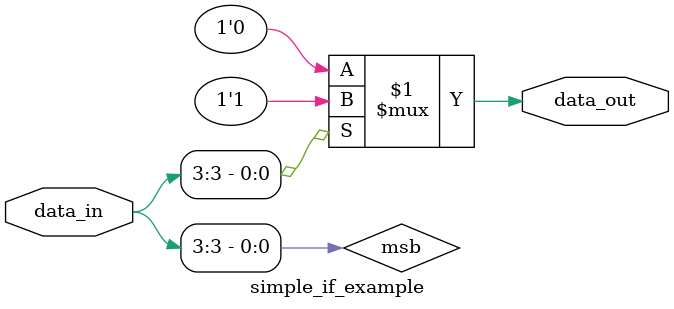
<source format=v>
module simple_if_example (
    input wire [3:0] data_in,  // input data, width 4 bits
    output wire data_out       // output signal, width 1 bit
);

    // internal signal declarations for continuous assignments
    wire msb;  // most significant bit signal

    // continuous assignment, gets the MSB of data_in
    assign msb = data_in[3];

    // continuous assignment using if logic
    // Note: in practical Verilog, assign cannot directly include if-else statements,
    // so we use a ternary operator to achieve similar behavior.
    assign data_out = msb ? 1'b1 : 1'b0;


endmodule

</source>
